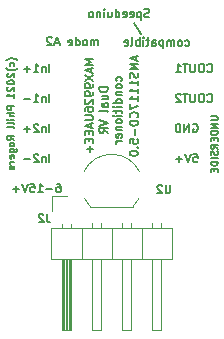
<source format=gbo>
G04 #@! TF.GenerationSoftware,KiCad,Pcbnew,(5.1.6-0-10_14)*
G04 #@! TF.CreationDate,2021-02-23T10:58:49+00:00*
G04 #@! TF.ProjectId,VR-Conditioner-MAX9926+reg,56522d43-6f6e-4646-9974-696f6e65722d,0.4*
G04 #@! TF.SameCoordinates,PX68c4118PY713e7a8*
G04 #@! TF.FileFunction,Legend,Bot*
G04 #@! TF.FilePolarity,Positive*
%FSLAX46Y46*%
G04 Gerber Fmt 4.6, Leading zero omitted, Abs format (unit mm)*
G04 Created by KiCad (PCBNEW (5.1.6-0-10_14)) date 2021-02-23 10:58:49*
%MOMM*%
%LPD*%
G01*
G04 APERTURE LIST*
%ADD10C,0.150000*%
%ADD11C,0.120000*%
G04 APERTURE END LIST*
D10*
X8976230Y16562286D02*
X8976230Y17028952D01*
X8976230Y16962286D02*
X8942897Y16995619D01*
X8876230Y17028952D01*
X8776230Y17028952D01*
X8709563Y16995619D01*
X8676230Y16928952D01*
X8676230Y16562286D01*
X8676230Y16928952D02*
X8642897Y16995619D01*
X8576230Y17028952D01*
X8476230Y17028952D01*
X8409563Y16995619D01*
X8376230Y16928952D01*
X8376230Y16562286D01*
X7942897Y16562286D02*
X8009563Y16595619D01*
X8042897Y16628952D01*
X8076230Y16695619D01*
X8076230Y16895619D01*
X8042897Y16962286D01*
X8009563Y16995619D01*
X7942897Y17028952D01*
X7842897Y17028952D01*
X7776230Y16995619D01*
X7742897Y16962286D01*
X7709563Y16895619D01*
X7709563Y16695619D01*
X7742897Y16628952D01*
X7776230Y16595619D01*
X7842897Y16562286D01*
X7942897Y16562286D01*
X7109563Y16562286D02*
X7109563Y17262286D01*
X7109563Y16595619D02*
X7176230Y16562286D01*
X7309563Y16562286D01*
X7376230Y16595619D01*
X7409563Y16628952D01*
X7442897Y16695619D01*
X7442897Y16895619D01*
X7409563Y16962286D01*
X7376230Y16995619D01*
X7309563Y17028952D01*
X7176230Y17028952D01*
X7109563Y16995619D01*
X6509563Y16595619D02*
X6576230Y16562286D01*
X6709563Y16562286D01*
X6776230Y16595619D01*
X6809563Y16662286D01*
X6809563Y16928952D01*
X6776230Y16995619D01*
X6709563Y17028952D01*
X6576230Y17028952D01*
X6509563Y16995619D01*
X6476230Y16928952D01*
X6476230Y16862286D01*
X6809563Y16795619D01*
X5676230Y16762286D02*
X5342897Y16762286D01*
X5742897Y16562286D02*
X5509563Y17262286D01*
X5276230Y16562286D01*
X5076230Y17195619D02*
X5042897Y17228952D01*
X4976230Y17262286D01*
X4809563Y17262286D01*
X4742897Y17228952D01*
X4709563Y17195619D01*
X4676230Y17128952D01*
X4676230Y17062286D01*
X4709563Y16962286D01*
X5109563Y16562286D01*
X4676230Y16562286D01*
X13320000Y18961667D02*
X13220000Y18928334D01*
X13053333Y18928334D01*
X12986666Y18961667D01*
X12953333Y18995000D01*
X12920000Y19061667D01*
X12920000Y19128334D01*
X12953333Y19195000D01*
X12986666Y19228334D01*
X13053333Y19261667D01*
X13186666Y19295000D01*
X13253333Y19328334D01*
X13286666Y19361667D01*
X13320000Y19428334D01*
X13320000Y19495000D01*
X13286666Y19561667D01*
X13253333Y19595000D01*
X13186666Y19628334D01*
X13020000Y19628334D01*
X12920000Y19595000D01*
X12620000Y19395000D02*
X12620000Y18695000D01*
X12620000Y19361667D02*
X12553333Y19395000D01*
X12420000Y19395000D01*
X12353333Y19361667D01*
X12320000Y19328334D01*
X12286666Y19261667D01*
X12286666Y19061667D01*
X12320000Y18995000D01*
X12353333Y18961667D01*
X12420000Y18928334D01*
X12553333Y18928334D01*
X12620000Y18961667D01*
X11720000Y18961667D02*
X11786666Y18928334D01*
X11920000Y18928334D01*
X11986666Y18961667D01*
X12020000Y19028334D01*
X12020000Y19295000D01*
X11986666Y19361667D01*
X11920000Y19395000D01*
X11786666Y19395000D01*
X11720000Y19361667D01*
X11686666Y19295000D01*
X11686666Y19228334D01*
X12020000Y19161667D01*
X11120000Y18961667D02*
X11186666Y18928334D01*
X11320000Y18928334D01*
X11386666Y18961667D01*
X11420000Y19028334D01*
X11420000Y19295000D01*
X11386666Y19361667D01*
X11320000Y19395000D01*
X11186666Y19395000D01*
X11120000Y19361667D01*
X11086666Y19295000D01*
X11086666Y19228334D01*
X11420000Y19161667D01*
X10486666Y18928334D02*
X10486666Y19628334D01*
X10486666Y18961667D02*
X10553333Y18928334D01*
X10686666Y18928334D01*
X10753333Y18961667D01*
X10786666Y18995000D01*
X10820000Y19061667D01*
X10820000Y19261667D01*
X10786666Y19328334D01*
X10753333Y19361667D01*
X10686666Y19395000D01*
X10553333Y19395000D01*
X10486666Y19361667D01*
X9853333Y19395000D02*
X9853333Y18928334D01*
X10153333Y19395000D02*
X10153333Y19028334D01*
X10120000Y18961667D01*
X10053333Y18928334D01*
X9953333Y18928334D01*
X9886666Y18961667D01*
X9853333Y18995000D01*
X9520000Y18928334D02*
X9520000Y19395000D01*
X9520000Y19628334D02*
X9553333Y19595000D01*
X9520000Y19561667D01*
X9486666Y19595000D01*
X9520000Y19628334D01*
X9520000Y19561667D01*
X9186666Y19395000D02*
X9186666Y18928334D01*
X9186666Y19328334D02*
X9153333Y19361667D01*
X9086666Y19395000D01*
X8986666Y19395000D01*
X8920000Y19361667D01*
X8886666Y19295000D01*
X8886666Y18928334D01*
X8453333Y18928334D02*
X8520000Y18961667D01*
X8553333Y18995000D01*
X8586666Y19061667D01*
X8586666Y19261667D01*
X8553333Y19328334D01*
X8520000Y19361667D01*
X8453333Y19395000D01*
X8353333Y19395000D01*
X8286666Y19361667D01*
X8253333Y19328334D01*
X8220000Y19261667D01*
X8220000Y19061667D01*
X8253333Y18995000D01*
X8286666Y18961667D01*
X8353333Y18928334D01*
X8453333Y18928334D01*
X12070000Y18461667D02*
X12670000Y17561667D01*
X16386666Y16561667D02*
X16453333Y16528334D01*
X16586666Y16528334D01*
X16653333Y16561667D01*
X16686666Y16595000D01*
X16720000Y16661667D01*
X16720000Y16861667D01*
X16686666Y16928334D01*
X16653333Y16961667D01*
X16586666Y16995000D01*
X16453333Y16995000D01*
X16386666Y16961667D01*
X15986666Y16528334D02*
X16053333Y16561667D01*
X16086666Y16595000D01*
X16120000Y16661667D01*
X16120000Y16861667D01*
X16086666Y16928334D01*
X16053333Y16961667D01*
X15986666Y16995000D01*
X15886666Y16995000D01*
X15820000Y16961667D01*
X15786666Y16928334D01*
X15753333Y16861667D01*
X15753333Y16661667D01*
X15786666Y16595000D01*
X15820000Y16561667D01*
X15886666Y16528334D01*
X15986666Y16528334D01*
X15453333Y16528334D02*
X15453333Y16995000D01*
X15453333Y16928334D02*
X15420000Y16961667D01*
X15353333Y16995000D01*
X15253333Y16995000D01*
X15186666Y16961667D01*
X15153333Y16895000D01*
X15153333Y16528334D01*
X15153333Y16895000D02*
X15120000Y16961667D01*
X15053333Y16995000D01*
X14953333Y16995000D01*
X14886666Y16961667D01*
X14853333Y16895000D01*
X14853333Y16528334D01*
X14520000Y16995000D02*
X14520000Y16295000D01*
X14520000Y16961667D02*
X14453333Y16995000D01*
X14320000Y16995000D01*
X14253333Y16961667D01*
X14220000Y16928334D01*
X14186666Y16861667D01*
X14186666Y16661667D01*
X14220000Y16595000D01*
X14253333Y16561667D01*
X14320000Y16528334D01*
X14453333Y16528334D01*
X14520000Y16561667D01*
X13586666Y16528334D02*
X13586666Y16895000D01*
X13620000Y16961667D01*
X13686666Y16995000D01*
X13820000Y16995000D01*
X13886666Y16961667D01*
X13586666Y16561667D02*
X13653333Y16528334D01*
X13820000Y16528334D01*
X13886666Y16561667D01*
X13920000Y16628334D01*
X13920000Y16695000D01*
X13886666Y16761667D01*
X13820000Y16795000D01*
X13653333Y16795000D01*
X13586666Y16828334D01*
X13353333Y16995000D02*
X13086666Y16995000D01*
X13253333Y17228334D02*
X13253333Y16628334D01*
X13220000Y16561667D01*
X13153333Y16528334D01*
X13086666Y16528334D01*
X12853333Y16528334D02*
X12853333Y16995000D01*
X12853333Y17228334D02*
X12886666Y17195000D01*
X12853333Y17161667D01*
X12820000Y17195000D01*
X12853333Y17228334D01*
X12853333Y17161667D01*
X12520000Y16528334D02*
X12520000Y17228334D01*
X12520000Y16961667D02*
X12453333Y16995000D01*
X12320000Y16995000D01*
X12253333Y16961667D01*
X12220000Y16928334D01*
X12186666Y16861667D01*
X12186666Y16661667D01*
X12220000Y16595000D01*
X12253333Y16561667D01*
X12320000Y16528334D01*
X12453333Y16528334D01*
X12520000Y16561667D01*
X11786666Y16528334D02*
X11853333Y16561667D01*
X11886666Y16628334D01*
X11886666Y17228334D01*
X11253333Y16561667D02*
X11320000Y16528334D01*
X11453333Y16528334D01*
X11520000Y16561667D01*
X11553333Y16628334D01*
X11553333Y16895000D01*
X11520000Y16961667D01*
X11453333Y16995000D01*
X11320000Y16995000D01*
X11253333Y16961667D01*
X11220000Y16895000D01*
X11220000Y16828334D01*
X11553333Y16761667D01*
X18529776Y10561557D02*
X19015490Y10561557D01*
X19072633Y10532986D01*
X19101205Y10504414D01*
X19129776Y10447272D01*
X19129776Y10332986D01*
X19101205Y10275843D01*
X19072633Y10247272D01*
X19015490Y10218700D01*
X18529776Y10218700D01*
X19129776Y9932986D02*
X18529776Y9932986D01*
X19129776Y9590129D01*
X18529776Y9590129D01*
X19129776Y9304414D02*
X18529776Y9304414D01*
X18529776Y9161557D01*
X18558348Y9075843D01*
X18615490Y9018700D01*
X18672633Y8990129D01*
X18786919Y8961557D01*
X18872633Y8961557D01*
X18986919Y8990129D01*
X19044062Y9018700D01*
X19101205Y9075843D01*
X19129776Y9161557D01*
X19129776Y9304414D01*
X18815490Y8704414D02*
X18815490Y8504414D01*
X19129776Y8418700D02*
X19129776Y8704414D01*
X18529776Y8704414D01*
X18529776Y8418700D01*
X19129776Y7818700D02*
X18844062Y8018700D01*
X19129776Y8161557D02*
X18529776Y8161557D01*
X18529776Y7932986D01*
X18558348Y7875843D01*
X18586919Y7847272D01*
X18644062Y7818700D01*
X18729776Y7818700D01*
X18786919Y7847272D01*
X18815490Y7875843D01*
X18844062Y7932986D01*
X18844062Y8161557D01*
X19101205Y7590129D02*
X19129776Y7504414D01*
X19129776Y7361557D01*
X19101205Y7304414D01*
X19072633Y7275843D01*
X19015490Y7247272D01*
X18958348Y7247272D01*
X18901205Y7275843D01*
X18872633Y7304414D01*
X18844062Y7361557D01*
X18815490Y7475843D01*
X18786919Y7532986D01*
X18758348Y7561557D01*
X18701205Y7590129D01*
X18644062Y7590129D01*
X18586919Y7561557D01*
X18558348Y7532986D01*
X18529776Y7475843D01*
X18529776Y7332986D01*
X18558348Y7247272D01*
X19129776Y6990129D02*
X18529776Y6990129D01*
X19129776Y6704414D02*
X18529776Y6704414D01*
X18529776Y6561557D01*
X18558348Y6475843D01*
X18615490Y6418700D01*
X18672633Y6390129D01*
X18786919Y6361557D01*
X18872633Y6361557D01*
X18986919Y6390129D01*
X19044062Y6418700D01*
X19101205Y6475843D01*
X19129776Y6561557D01*
X19129776Y6704414D01*
X18815490Y6104414D02*
X18815490Y5904414D01*
X19129776Y5818700D02*
X19129776Y6104414D01*
X18529776Y6104414D01*
X18529776Y5818700D01*
X2145000Y15295000D02*
X2116428Y15323572D01*
X2030714Y15380715D01*
X1973571Y15409286D01*
X1887857Y15437858D01*
X1745000Y15466429D01*
X1630714Y15466429D01*
X1487857Y15437858D01*
X1402142Y15409286D01*
X1345000Y15380715D01*
X1259285Y15323572D01*
X1230714Y15295000D01*
X1887857Y14809286D02*
X1916428Y14866429D01*
X1916428Y14980715D01*
X1887857Y15037858D01*
X1859285Y15066429D01*
X1802142Y15095000D01*
X1630714Y15095000D01*
X1573571Y15066429D01*
X1545000Y15037858D01*
X1516428Y14980715D01*
X1516428Y14866429D01*
X1545000Y14809286D01*
X2145000Y14609286D02*
X2116428Y14580715D01*
X2030714Y14523572D01*
X1973571Y14495000D01*
X1887857Y14466429D01*
X1745000Y14437858D01*
X1630714Y14437858D01*
X1487857Y14466429D01*
X1402142Y14495000D01*
X1345000Y14523572D01*
X1259285Y14580715D01*
X1230714Y14609286D01*
X1373571Y14180715D02*
X1345000Y14152143D01*
X1316428Y14095000D01*
X1316428Y13952143D01*
X1345000Y13895000D01*
X1373571Y13866429D01*
X1430714Y13837858D01*
X1487857Y13837858D01*
X1573571Y13866429D01*
X1916428Y14209286D01*
X1916428Y13837858D01*
X1316428Y13466429D02*
X1316428Y13409286D01*
X1345000Y13352143D01*
X1373571Y13323572D01*
X1430714Y13295000D01*
X1545000Y13266429D01*
X1687857Y13266429D01*
X1802142Y13295000D01*
X1859285Y13323572D01*
X1887857Y13352143D01*
X1916428Y13409286D01*
X1916428Y13466429D01*
X1887857Y13523572D01*
X1859285Y13552143D01*
X1802142Y13580715D01*
X1687857Y13609286D01*
X1545000Y13609286D01*
X1430714Y13580715D01*
X1373571Y13552143D01*
X1345000Y13523572D01*
X1316428Y13466429D01*
X1373571Y13037858D02*
X1345000Y13009286D01*
X1316428Y12952143D01*
X1316428Y12809286D01*
X1345000Y12752143D01*
X1373571Y12723572D01*
X1430714Y12695000D01*
X1487857Y12695000D01*
X1573571Y12723572D01*
X1916428Y13066429D01*
X1916428Y12695000D01*
X1916428Y12123572D02*
X1916428Y12466429D01*
X1916428Y12295000D02*
X1316428Y12295000D01*
X1402142Y12352143D01*
X1459285Y12409286D01*
X1487857Y12466429D01*
X1916428Y11409286D02*
X1316428Y11409286D01*
X1316428Y11180715D01*
X1345000Y11123572D01*
X1373571Y11095000D01*
X1430714Y11066429D01*
X1516428Y11066429D01*
X1573571Y11095000D01*
X1602142Y11123572D01*
X1630714Y11180715D01*
X1630714Y11409286D01*
X1916428Y10809286D02*
X1316428Y10809286D01*
X1916428Y10552143D02*
X1602142Y10552143D01*
X1545000Y10580715D01*
X1516428Y10637858D01*
X1516428Y10723572D01*
X1545000Y10780715D01*
X1573571Y10809286D01*
X1916428Y10266429D02*
X1516428Y10266429D01*
X1316428Y10266429D02*
X1345000Y10295000D01*
X1373571Y10266429D01*
X1345000Y10237858D01*
X1316428Y10266429D01*
X1373571Y10266429D01*
X1916428Y9895000D02*
X1887857Y9952143D01*
X1830714Y9980715D01*
X1316428Y9980715D01*
X1916428Y9580715D02*
X1887857Y9637858D01*
X1830714Y9666429D01*
X1316428Y9666429D01*
X1916428Y8552143D02*
X1630714Y8752143D01*
X1916428Y8895000D02*
X1316428Y8895000D01*
X1316428Y8666429D01*
X1345000Y8609286D01*
X1373571Y8580715D01*
X1430714Y8552143D01*
X1516428Y8552143D01*
X1573571Y8580715D01*
X1602142Y8609286D01*
X1630714Y8666429D01*
X1630714Y8895000D01*
X1916428Y8209286D02*
X1887857Y8266429D01*
X1859285Y8295000D01*
X1802142Y8323572D01*
X1630714Y8323572D01*
X1573571Y8295000D01*
X1545000Y8266429D01*
X1516428Y8209286D01*
X1516428Y8123572D01*
X1545000Y8066429D01*
X1573571Y8037858D01*
X1630714Y8009286D01*
X1802142Y8009286D01*
X1859285Y8037858D01*
X1887857Y8066429D01*
X1916428Y8123572D01*
X1916428Y8209286D01*
X1516428Y7495000D02*
X2002142Y7495000D01*
X2059285Y7523572D01*
X2087857Y7552143D01*
X2116428Y7609286D01*
X2116428Y7695000D01*
X2087857Y7752143D01*
X1887857Y7495000D02*
X1916428Y7552143D01*
X1916428Y7666429D01*
X1887857Y7723572D01*
X1859285Y7752143D01*
X1802142Y7780715D01*
X1630714Y7780715D01*
X1573571Y7752143D01*
X1545000Y7723572D01*
X1516428Y7666429D01*
X1516428Y7552143D01*
X1545000Y7495000D01*
X1887857Y6980715D02*
X1916428Y7037858D01*
X1916428Y7152143D01*
X1887857Y7209286D01*
X1830714Y7237858D01*
X1602142Y7237858D01*
X1545000Y7209286D01*
X1516428Y7152143D01*
X1516428Y7037858D01*
X1545000Y6980715D01*
X1602142Y6952143D01*
X1659285Y6952143D01*
X1716428Y7237858D01*
X1916428Y6695000D02*
X1516428Y6695000D01*
X1630714Y6695000D02*
X1573571Y6666429D01*
X1545000Y6637858D01*
X1516428Y6580715D01*
X1516428Y6523572D01*
X1887857Y6352143D02*
X1916428Y6295000D01*
X1916428Y6180715D01*
X1887857Y6123572D01*
X1830714Y6095000D01*
X1802142Y6095000D01*
X1745000Y6123572D01*
X1716428Y6180715D01*
X1716428Y6266429D01*
X1687857Y6323572D01*
X1630714Y6352143D01*
X1602142Y6352143D01*
X1545000Y6323572D01*
X1516428Y6266429D01*
X1516428Y6180715D01*
X1545000Y6123572D01*
X12181666Y15630000D02*
X12181666Y15296667D01*
X12381666Y15696667D02*
X11681666Y15463334D01*
X12381666Y15230000D01*
X12381666Y14996667D02*
X11681666Y14996667D01*
X12181666Y14763334D01*
X11681666Y14530000D01*
X12381666Y14530000D01*
X12348333Y14230000D02*
X12381666Y14130000D01*
X12381666Y13963334D01*
X12348333Y13896667D01*
X12315000Y13863334D01*
X12248333Y13830000D01*
X12181666Y13830000D01*
X12115000Y13863334D01*
X12081666Y13896667D01*
X12048333Y13963334D01*
X12015000Y14096667D01*
X11981666Y14163334D01*
X11948333Y14196667D01*
X11881666Y14230000D01*
X11815000Y14230000D01*
X11748333Y14196667D01*
X11715000Y14163334D01*
X11681666Y14096667D01*
X11681666Y13930000D01*
X11715000Y13830000D01*
X12381666Y13163334D02*
X12381666Y13563334D01*
X12381666Y13363334D02*
X11681666Y13363334D01*
X11781666Y13430000D01*
X11848333Y13496667D01*
X11881666Y13563334D01*
X12381666Y12496667D02*
X12381666Y12896667D01*
X12381666Y12696667D02*
X11681666Y12696667D01*
X11781666Y12763334D01*
X11848333Y12830000D01*
X11881666Y12896667D01*
X12381666Y11830000D02*
X12381666Y12230000D01*
X12381666Y12030000D02*
X11681666Y12030000D01*
X11781666Y12096667D01*
X11848333Y12163334D01*
X11881666Y12230000D01*
X11681666Y11596667D02*
X11681666Y11130000D01*
X12381666Y11430000D01*
X12315000Y10463334D02*
X12348333Y10496667D01*
X12381666Y10596667D01*
X12381666Y10663334D01*
X12348333Y10763334D01*
X12281666Y10830000D01*
X12215000Y10863334D01*
X12081666Y10896667D01*
X11981666Y10896667D01*
X11848333Y10863334D01*
X11781666Y10830000D01*
X11715000Y10763334D01*
X11681666Y10663334D01*
X11681666Y10596667D01*
X11715000Y10496667D01*
X11748333Y10463334D01*
X12381666Y10163334D02*
X11681666Y10163334D01*
X11681666Y9996667D01*
X11715000Y9896667D01*
X11781666Y9830000D01*
X11848333Y9796667D01*
X11981666Y9763334D01*
X12081666Y9763334D01*
X12215000Y9796667D01*
X12281666Y9830000D01*
X12348333Y9896667D01*
X12381666Y9996667D01*
X12381666Y10163334D01*
X12115000Y9463334D02*
X12115000Y8930000D01*
X11681666Y8263334D02*
X11681666Y8596667D01*
X12015000Y8630000D01*
X11981666Y8596667D01*
X11948333Y8530000D01*
X11948333Y8363334D01*
X11981666Y8296667D01*
X12015000Y8263334D01*
X12081666Y8230000D01*
X12248333Y8230000D01*
X12315000Y8263334D01*
X12348333Y8296667D01*
X12381666Y8363334D01*
X12381666Y8530000D01*
X12348333Y8596667D01*
X12315000Y8630000D01*
X12315000Y7930000D02*
X12348333Y7896667D01*
X12381666Y7930000D01*
X12348333Y7963334D01*
X12315000Y7930000D01*
X12381666Y7930000D01*
X11681666Y7463334D02*
X11681666Y7396667D01*
X11715000Y7330000D01*
X11748333Y7296667D01*
X11815000Y7263334D01*
X11948333Y7230000D01*
X12115000Y7230000D01*
X12248333Y7263334D01*
X12315000Y7296667D01*
X12348333Y7330000D01*
X12381666Y7396667D01*
X12381666Y7463334D01*
X12348333Y7530000D01*
X12315000Y7563334D01*
X12248333Y7596667D01*
X12115000Y7630000D01*
X11948333Y7630000D01*
X11815000Y7596667D01*
X11748333Y7563334D01*
X11715000Y7530000D01*
X11681666Y7463334D01*
X9806272Y13001986D02*
X9106272Y13001986D01*
X9106272Y12835319D01*
X9139606Y12735319D01*
X9206272Y12668653D01*
X9272939Y12635319D01*
X9406272Y12601986D01*
X9506272Y12601986D01*
X9639606Y12635319D01*
X9706272Y12668653D01*
X9772939Y12735319D01*
X9806272Y12835319D01*
X9806272Y13001986D01*
X9339606Y12001986D02*
X9806272Y12001986D01*
X9339606Y12301986D02*
X9706272Y12301986D01*
X9772939Y12268653D01*
X9806272Y12201986D01*
X9806272Y12101986D01*
X9772939Y12035319D01*
X9739606Y12001986D01*
X9806272Y11368653D02*
X9439606Y11368653D01*
X9372939Y11401986D01*
X9339606Y11468653D01*
X9339606Y11601986D01*
X9372939Y11668653D01*
X9772939Y11368653D02*
X9806272Y11435319D01*
X9806272Y11601986D01*
X9772939Y11668653D01*
X9706272Y11701986D01*
X9639606Y11701986D01*
X9572939Y11668653D01*
X9539606Y11601986D01*
X9539606Y11435319D01*
X9506272Y11368653D01*
X9806272Y10935319D02*
X9772939Y11001986D01*
X9706272Y11035319D01*
X9106272Y11035319D01*
X9106272Y10235319D02*
X9806272Y10001986D01*
X9106272Y9768653D01*
X9806272Y9135319D02*
X9472939Y9368653D01*
X9806272Y9535319D02*
X9106272Y9535319D01*
X9106272Y9268653D01*
X9139606Y9201986D01*
X9172939Y9168653D01*
X9239606Y9135319D01*
X9339606Y9135319D01*
X9406272Y9168653D01*
X9439606Y9201986D01*
X9472939Y9268653D01*
X9472939Y9535319D01*
X10972939Y13551986D02*
X11006272Y13618653D01*
X11006272Y13751986D01*
X10972939Y13818653D01*
X10939606Y13851986D01*
X10872939Y13885319D01*
X10672939Y13885319D01*
X10606272Y13851986D01*
X10572939Y13818653D01*
X10539606Y13751986D01*
X10539606Y13618653D01*
X10572939Y13551986D01*
X11006272Y13151986D02*
X10972939Y13218653D01*
X10939606Y13251986D01*
X10872939Y13285319D01*
X10672939Y13285319D01*
X10606272Y13251986D01*
X10572939Y13218653D01*
X10539606Y13151986D01*
X10539606Y13051986D01*
X10572939Y12985319D01*
X10606272Y12951986D01*
X10672939Y12918653D01*
X10872939Y12918653D01*
X10939606Y12951986D01*
X10972939Y12985319D01*
X11006272Y13051986D01*
X11006272Y13151986D01*
X10539606Y12618653D02*
X11006272Y12618653D01*
X10606272Y12618653D02*
X10572939Y12585319D01*
X10539606Y12518653D01*
X10539606Y12418653D01*
X10572939Y12351986D01*
X10639606Y12318653D01*
X11006272Y12318653D01*
X11006272Y11685319D02*
X10306272Y11685319D01*
X10972939Y11685319D02*
X11006272Y11751986D01*
X11006272Y11885319D01*
X10972939Y11951986D01*
X10939606Y11985319D01*
X10872939Y12018653D01*
X10672939Y12018653D01*
X10606272Y11985319D01*
X10572939Y11951986D01*
X10539606Y11885319D01*
X10539606Y11751986D01*
X10572939Y11685319D01*
X11006272Y11351986D02*
X10539606Y11351986D01*
X10306272Y11351986D02*
X10339606Y11385319D01*
X10372939Y11351986D01*
X10339606Y11318653D01*
X10306272Y11351986D01*
X10372939Y11351986D01*
X10539606Y11118653D02*
X10539606Y10851986D01*
X10306272Y11018653D02*
X10906272Y11018653D01*
X10972939Y10985319D01*
X11006272Y10918653D01*
X11006272Y10851986D01*
X11006272Y10618653D02*
X10539606Y10618653D01*
X10306272Y10618653D02*
X10339606Y10651986D01*
X10372939Y10618653D01*
X10339606Y10585319D01*
X10306272Y10618653D01*
X10372939Y10618653D01*
X11006272Y10185319D02*
X10972939Y10251986D01*
X10939606Y10285319D01*
X10872939Y10318653D01*
X10672939Y10318653D01*
X10606272Y10285319D01*
X10572939Y10251986D01*
X10539606Y10185319D01*
X10539606Y10085319D01*
X10572939Y10018653D01*
X10606272Y9985319D01*
X10672939Y9951986D01*
X10872939Y9951986D01*
X10939606Y9985319D01*
X10972939Y10018653D01*
X11006272Y10085319D01*
X11006272Y10185319D01*
X10539606Y9651986D02*
X11006272Y9651986D01*
X10606272Y9651986D02*
X10572939Y9618653D01*
X10539606Y9551986D01*
X10539606Y9451986D01*
X10572939Y9385319D01*
X10639606Y9351986D01*
X11006272Y9351986D01*
X10972939Y8751986D02*
X11006272Y8818653D01*
X11006272Y8951986D01*
X10972939Y9018653D01*
X10906272Y9051986D01*
X10639606Y9051986D01*
X10572939Y9018653D01*
X10539606Y8951986D01*
X10539606Y8818653D01*
X10572939Y8751986D01*
X10639606Y8718653D01*
X10706272Y8718653D01*
X10772939Y9051986D01*
X11006272Y8418653D02*
X10539606Y8418653D01*
X10672939Y8418653D02*
X10606272Y8385319D01*
X10572939Y8351986D01*
X10539606Y8285319D01*
X10539606Y8218653D01*
X5510000Y4828334D02*
X5643333Y4828334D01*
X5710000Y4795000D01*
X5743333Y4761667D01*
X5810000Y4661667D01*
X5843333Y4528334D01*
X5843333Y4261667D01*
X5810000Y4195000D01*
X5776666Y4161667D01*
X5710000Y4128334D01*
X5576666Y4128334D01*
X5510000Y4161667D01*
X5476666Y4195000D01*
X5443333Y4261667D01*
X5443333Y4428334D01*
X5476666Y4495000D01*
X5510000Y4528334D01*
X5576666Y4561667D01*
X5710000Y4561667D01*
X5776666Y4528334D01*
X5810000Y4495000D01*
X5843333Y4428334D01*
X5143333Y4395000D02*
X4610000Y4395000D01*
X3910000Y4128334D02*
X4310000Y4128334D01*
X4110000Y4128334D02*
X4110000Y4828334D01*
X4176666Y4728334D01*
X4243333Y4661667D01*
X4310000Y4628334D01*
X3276666Y4828334D02*
X3610000Y4828334D01*
X3643333Y4495000D01*
X3610000Y4528334D01*
X3543333Y4561667D01*
X3376666Y4561667D01*
X3310000Y4528334D01*
X3276666Y4495000D01*
X3243333Y4428334D01*
X3243333Y4261667D01*
X3276666Y4195000D01*
X3310000Y4161667D01*
X3376666Y4128334D01*
X3543333Y4128334D01*
X3610000Y4161667D01*
X3643333Y4195000D01*
X3043333Y4828334D02*
X2810000Y4128334D01*
X2576666Y4828334D01*
X2343333Y4395000D02*
X1810000Y4395000D01*
X2076666Y4128334D02*
X2076666Y4661667D01*
X4893333Y6668334D02*
X4893333Y7368334D01*
X4560000Y7135000D02*
X4560000Y6668334D01*
X4560000Y7068334D02*
X4526666Y7101667D01*
X4460000Y7135000D01*
X4360000Y7135000D01*
X4293333Y7101667D01*
X4260000Y7035000D01*
X4260000Y6668334D01*
X3960000Y7301667D02*
X3926666Y7335000D01*
X3860000Y7368334D01*
X3693333Y7368334D01*
X3626666Y7335000D01*
X3593333Y7301667D01*
X3560000Y7235000D01*
X3560000Y7168334D01*
X3593333Y7068334D01*
X3993333Y6668334D01*
X3560000Y6668334D01*
X3260000Y6935000D02*
X2726666Y6935000D01*
X4893333Y9208334D02*
X4893333Y9908334D01*
X4560000Y9675000D02*
X4560000Y9208334D01*
X4560000Y9608334D02*
X4526666Y9641667D01*
X4460000Y9675000D01*
X4360000Y9675000D01*
X4293333Y9641667D01*
X4260000Y9575000D01*
X4260000Y9208334D01*
X3960000Y9841667D02*
X3926666Y9875000D01*
X3860000Y9908334D01*
X3693333Y9908334D01*
X3626666Y9875000D01*
X3593333Y9841667D01*
X3560000Y9775000D01*
X3560000Y9708334D01*
X3593333Y9608334D01*
X3993333Y9208334D01*
X3560000Y9208334D01*
X3260000Y9475000D02*
X2726666Y9475000D01*
X2993333Y9208334D02*
X2993333Y9741667D01*
X4893333Y11748334D02*
X4893333Y12448334D01*
X4560000Y12215000D02*
X4560000Y11748334D01*
X4560000Y12148334D02*
X4526666Y12181667D01*
X4460000Y12215000D01*
X4360000Y12215000D01*
X4293333Y12181667D01*
X4260000Y12115000D01*
X4260000Y11748334D01*
X3560000Y11748334D02*
X3960000Y11748334D01*
X3760000Y11748334D02*
X3760000Y12448334D01*
X3826666Y12348334D01*
X3893333Y12281667D01*
X3960000Y12248334D01*
X3260000Y12015000D02*
X2726666Y12015000D01*
X4893333Y14288334D02*
X4893333Y14988334D01*
X4560000Y14755000D02*
X4560000Y14288334D01*
X4560000Y14688334D02*
X4526666Y14721667D01*
X4460000Y14755000D01*
X4360000Y14755000D01*
X4293333Y14721667D01*
X4260000Y14655000D01*
X4260000Y14288334D01*
X3560000Y14288334D02*
X3960000Y14288334D01*
X3760000Y14288334D02*
X3760000Y14988334D01*
X3826666Y14888334D01*
X3893333Y14821667D01*
X3960000Y14788334D01*
X3260000Y14555000D02*
X2726666Y14555000D01*
X2993333Y14288334D02*
X2993333Y14821667D01*
X17076666Y7368334D02*
X17410000Y7368334D01*
X17443333Y7035000D01*
X17410000Y7068334D01*
X17343333Y7101667D01*
X17176666Y7101667D01*
X17110000Y7068334D01*
X17076666Y7035000D01*
X17043333Y6968334D01*
X17043333Y6801667D01*
X17076666Y6735000D01*
X17110000Y6701667D01*
X17176666Y6668334D01*
X17343333Y6668334D01*
X17410000Y6701667D01*
X17443333Y6735000D01*
X16843333Y7368334D02*
X16610000Y6668334D01*
X16376666Y7368334D01*
X16143333Y6935000D02*
X15610000Y6935000D01*
X15876666Y6668334D02*
X15876666Y7201667D01*
X17043333Y9875000D02*
X17110000Y9908334D01*
X17210000Y9908334D01*
X17310000Y9875000D01*
X17376666Y9808334D01*
X17410000Y9741667D01*
X17443333Y9608334D01*
X17443333Y9508334D01*
X17410000Y9375000D01*
X17376666Y9308334D01*
X17310000Y9241667D01*
X17210000Y9208334D01*
X17143333Y9208334D01*
X17043333Y9241667D01*
X17010000Y9275000D01*
X17010000Y9508334D01*
X17143333Y9508334D01*
X16710000Y9208334D02*
X16710000Y9908334D01*
X16310000Y9208334D01*
X16310000Y9908334D01*
X15976666Y9208334D02*
X15976666Y9908334D01*
X15810000Y9908334D01*
X15710000Y9875000D01*
X15643333Y9808334D01*
X15610000Y9741667D01*
X15576666Y9608334D01*
X15576666Y9508334D01*
X15610000Y9375000D01*
X15643333Y9308334D01*
X15710000Y9241667D01*
X15810000Y9208334D01*
X15976666Y9208334D01*
X18261666Y11815000D02*
X18295000Y11781667D01*
X18395000Y11748334D01*
X18461666Y11748334D01*
X18561666Y11781667D01*
X18628333Y11848334D01*
X18661666Y11915000D01*
X18695000Y12048334D01*
X18695000Y12148334D01*
X18661666Y12281667D01*
X18628333Y12348334D01*
X18561666Y12415000D01*
X18461666Y12448334D01*
X18395000Y12448334D01*
X18295000Y12415000D01*
X18261666Y12381667D01*
X17828333Y12448334D02*
X17695000Y12448334D01*
X17628333Y12415000D01*
X17561666Y12348334D01*
X17528333Y12215000D01*
X17528333Y11981667D01*
X17561666Y11848334D01*
X17628333Y11781667D01*
X17695000Y11748334D01*
X17828333Y11748334D01*
X17895000Y11781667D01*
X17961666Y11848334D01*
X17995000Y11981667D01*
X17995000Y12215000D01*
X17961666Y12348334D01*
X17895000Y12415000D01*
X17828333Y12448334D01*
X17228333Y12448334D02*
X17228333Y11881667D01*
X17195000Y11815000D01*
X17161666Y11781667D01*
X17095000Y11748334D01*
X16961666Y11748334D01*
X16895000Y11781667D01*
X16861666Y11815000D01*
X16828333Y11881667D01*
X16828333Y12448334D01*
X16595000Y12448334D02*
X16195000Y12448334D01*
X16395000Y11748334D02*
X16395000Y12448334D01*
X15995000Y12381667D02*
X15961666Y12415000D01*
X15895000Y12448334D01*
X15728333Y12448334D01*
X15661666Y12415000D01*
X15628333Y12381667D01*
X15595000Y12315000D01*
X15595000Y12248334D01*
X15628333Y12148334D01*
X16028333Y11748334D01*
X15595000Y11748334D01*
X18261666Y14355000D02*
X18295000Y14321667D01*
X18395000Y14288334D01*
X18461666Y14288334D01*
X18561666Y14321667D01*
X18628333Y14388334D01*
X18661666Y14455000D01*
X18695000Y14588334D01*
X18695000Y14688334D01*
X18661666Y14821667D01*
X18628333Y14888334D01*
X18561666Y14955000D01*
X18461666Y14988334D01*
X18395000Y14988334D01*
X18295000Y14955000D01*
X18261666Y14921667D01*
X17828333Y14988334D02*
X17695000Y14988334D01*
X17628333Y14955000D01*
X17561666Y14888334D01*
X17528333Y14755000D01*
X17528333Y14521667D01*
X17561666Y14388334D01*
X17628333Y14321667D01*
X17695000Y14288334D01*
X17828333Y14288334D01*
X17895000Y14321667D01*
X17961666Y14388334D01*
X17995000Y14521667D01*
X17995000Y14755000D01*
X17961666Y14888334D01*
X17895000Y14955000D01*
X17828333Y14988334D01*
X17228333Y14988334D02*
X17228333Y14421667D01*
X17195000Y14355000D01*
X17161666Y14321667D01*
X17095000Y14288334D01*
X16961666Y14288334D01*
X16895000Y14321667D01*
X16861666Y14355000D01*
X16828333Y14421667D01*
X16828333Y14988334D01*
X16595000Y14988334D02*
X16195000Y14988334D01*
X16395000Y14288334D02*
X16395000Y14988334D01*
X15595000Y14288334D02*
X15995000Y14288334D01*
X15795000Y14288334D02*
X15795000Y14988334D01*
X15861666Y14888334D01*
X15928333Y14821667D01*
X15995000Y14788334D01*
D11*
G04 #@! TO.C,J2*
X5020000Y1100000D02*
X15300000Y1100000D01*
X15300000Y1100000D02*
X15300000Y-1560000D01*
X15300000Y-1560000D02*
X5020000Y-1560000D01*
X5020000Y-1560000D02*
X5020000Y1100000D01*
X5970000Y-1560000D02*
X5970000Y-7560000D01*
X5970000Y-7560000D02*
X6730000Y-7560000D01*
X6730000Y-7560000D02*
X6730000Y-1560000D01*
X6030000Y-1560000D02*
X6030000Y-7560000D01*
X6150000Y-1560000D02*
X6150000Y-7560000D01*
X6270000Y-1560000D02*
X6270000Y-7560000D01*
X6390000Y-1560000D02*
X6390000Y-7560000D01*
X6510000Y-1560000D02*
X6510000Y-7560000D01*
X6630000Y-1560000D02*
X6630000Y-7560000D01*
X5970000Y1430000D02*
X5970000Y1100000D01*
X6730000Y1430000D02*
X6730000Y1100000D01*
X7620000Y1100000D02*
X7620000Y-1560000D01*
X8510000Y-1560000D02*
X8510000Y-7560000D01*
X8510000Y-7560000D02*
X9270000Y-7560000D01*
X9270000Y-7560000D02*
X9270000Y-1560000D01*
X8510000Y1497071D02*
X8510000Y1100000D01*
X9270000Y1497071D02*
X9270000Y1100000D01*
X10160000Y1100000D02*
X10160000Y-1560000D01*
X11050000Y-1560000D02*
X11050000Y-7560000D01*
X11050000Y-7560000D02*
X11810000Y-7560000D01*
X11810000Y-7560000D02*
X11810000Y-1560000D01*
X11050000Y1497071D02*
X11050000Y1100000D01*
X11810000Y1497071D02*
X11810000Y1100000D01*
X12700000Y1100000D02*
X12700000Y-1560000D01*
X13590000Y-1560000D02*
X13590000Y-7560000D01*
X13590000Y-7560000D02*
X14350000Y-7560000D01*
X14350000Y-7560000D02*
X14350000Y-1560000D01*
X13590000Y1497071D02*
X13590000Y1100000D01*
X14350000Y1497071D02*
X14350000Y1100000D01*
X6350000Y3810000D02*
X5080000Y3810000D01*
X5080000Y3810000D02*
X5080000Y2540000D01*
G04 #@! TO.C,U2*
X11960000Y2895000D02*
X8360000Y2895000D01*
X7835816Y3622205D02*
G75*
G03*
X8360000Y2895000I2324184J1122795D01*
G01*
X7803600Y5843807D02*
G75*
G02*
X10160000Y7345000I2356400J-1098807D01*
G01*
X12516400Y5843807D02*
G75*
G03*
X10160000Y7345000I-2356400J-1098807D01*
G01*
X12484184Y3622205D02*
G75*
G02*
X11960000Y2895000I-2324184J1122795D01*
G01*
G04 #@! TO.C,J2*
D10*
X4678333Y2288334D02*
X4678333Y1788334D01*
X4711666Y1688334D01*
X4778333Y1621667D01*
X4878333Y1588334D01*
X4945000Y1588334D01*
X4378333Y2221667D02*
X4345000Y2255000D01*
X4278333Y2288334D01*
X4111666Y2288334D01*
X4045000Y2255000D01*
X4011666Y2221667D01*
X3978333Y2155000D01*
X3978333Y2088334D01*
X4011666Y1988334D01*
X4411666Y1588334D01*
X3978333Y1588334D01*
G04 #@! TO.C,U2*
X15120155Y4738529D02*
X15120155Y4171862D01*
X15086822Y4105195D01*
X15053488Y4071862D01*
X14986822Y4038529D01*
X14853488Y4038529D01*
X14786822Y4071862D01*
X14753488Y4105195D01*
X14720155Y4171862D01*
X14720155Y4738529D01*
X14420155Y4671862D02*
X14386822Y4705195D01*
X14320155Y4738529D01*
X14153488Y4738529D01*
X14086822Y4705195D01*
X14053488Y4671862D01*
X14020155Y4605195D01*
X14020155Y4538529D01*
X14053488Y4438529D01*
X14453488Y4038529D01*
X14020155Y4038529D01*
G04 #@! TO.C,U1*
X8571666Y15363334D02*
X7871666Y15363334D01*
X8371666Y15130000D01*
X7871666Y14896667D01*
X8571666Y14896667D01*
X8371666Y14596667D02*
X8371666Y14263334D01*
X8571666Y14663334D02*
X7871666Y14430000D01*
X8571666Y14196667D01*
X7871666Y14030000D02*
X8571666Y13563334D01*
X7871666Y13563334D02*
X8571666Y14030000D01*
X8571666Y13263334D02*
X8571666Y13130000D01*
X8538333Y13063334D01*
X8505000Y13030000D01*
X8405000Y12963334D01*
X8271666Y12930000D01*
X8005000Y12930000D01*
X7938333Y12963334D01*
X7905000Y12996667D01*
X7871666Y13063334D01*
X7871666Y13196667D01*
X7905000Y13263334D01*
X7938333Y13296667D01*
X8005000Y13330000D01*
X8171666Y13330000D01*
X8238333Y13296667D01*
X8271666Y13263334D01*
X8305000Y13196667D01*
X8305000Y13063334D01*
X8271666Y12996667D01*
X8238333Y12963334D01*
X8171666Y12930000D01*
X8571666Y12596667D02*
X8571666Y12463334D01*
X8538333Y12396667D01*
X8505000Y12363334D01*
X8405000Y12296667D01*
X8271666Y12263334D01*
X8005000Y12263334D01*
X7938333Y12296667D01*
X7905000Y12330000D01*
X7871666Y12396667D01*
X7871666Y12530000D01*
X7905000Y12596667D01*
X7938333Y12630000D01*
X8005000Y12663334D01*
X8171666Y12663334D01*
X8238333Y12630000D01*
X8271666Y12596667D01*
X8305000Y12530000D01*
X8305000Y12396667D01*
X8271666Y12330000D01*
X8238333Y12296667D01*
X8171666Y12263334D01*
X7938333Y11996667D02*
X7905000Y11963334D01*
X7871666Y11896667D01*
X7871666Y11730000D01*
X7905000Y11663334D01*
X7938333Y11630000D01*
X8005000Y11596667D01*
X8071666Y11596667D01*
X8171666Y11630000D01*
X8571666Y12030000D01*
X8571666Y11596667D01*
X7871666Y10996667D02*
X7871666Y11130000D01*
X7905000Y11196667D01*
X7938333Y11230000D01*
X8038333Y11296667D01*
X8171666Y11330000D01*
X8438333Y11330000D01*
X8505000Y11296667D01*
X8538333Y11263334D01*
X8571666Y11196667D01*
X8571666Y11063334D01*
X8538333Y10996667D01*
X8505000Y10963334D01*
X8438333Y10930000D01*
X8271666Y10930000D01*
X8205000Y10963334D01*
X8171666Y10996667D01*
X8138333Y11063334D01*
X8138333Y11196667D01*
X8171666Y11263334D01*
X8205000Y11296667D01*
X8271666Y11330000D01*
X7871666Y10630000D02*
X8438333Y10630000D01*
X8505000Y10596667D01*
X8538333Y10563334D01*
X8571666Y10496667D01*
X8571666Y10363334D01*
X8538333Y10296667D01*
X8505000Y10263334D01*
X8438333Y10230000D01*
X7871666Y10230000D01*
X8371666Y9930000D02*
X8371666Y9596667D01*
X8571666Y9996667D02*
X7871666Y9763334D01*
X8571666Y9530000D01*
X8205000Y9296667D02*
X8205000Y9063334D01*
X8571666Y8963334D02*
X8571666Y9296667D01*
X7871666Y9296667D01*
X7871666Y8963334D01*
X8205000Y8663334D02*
X8205000Y8430000D01*
X8571666Y8330000D02*
X8571666Y8663334D01*
X7871666Y8663334D01*
X7871666Y8330000D01*
X8305000Y8030000D02*
X8305000Y7496667D01*
X8571666Y7763334D02*
X8038333Y7763334D01*
G04 #@! TD*
M02*

</source>
